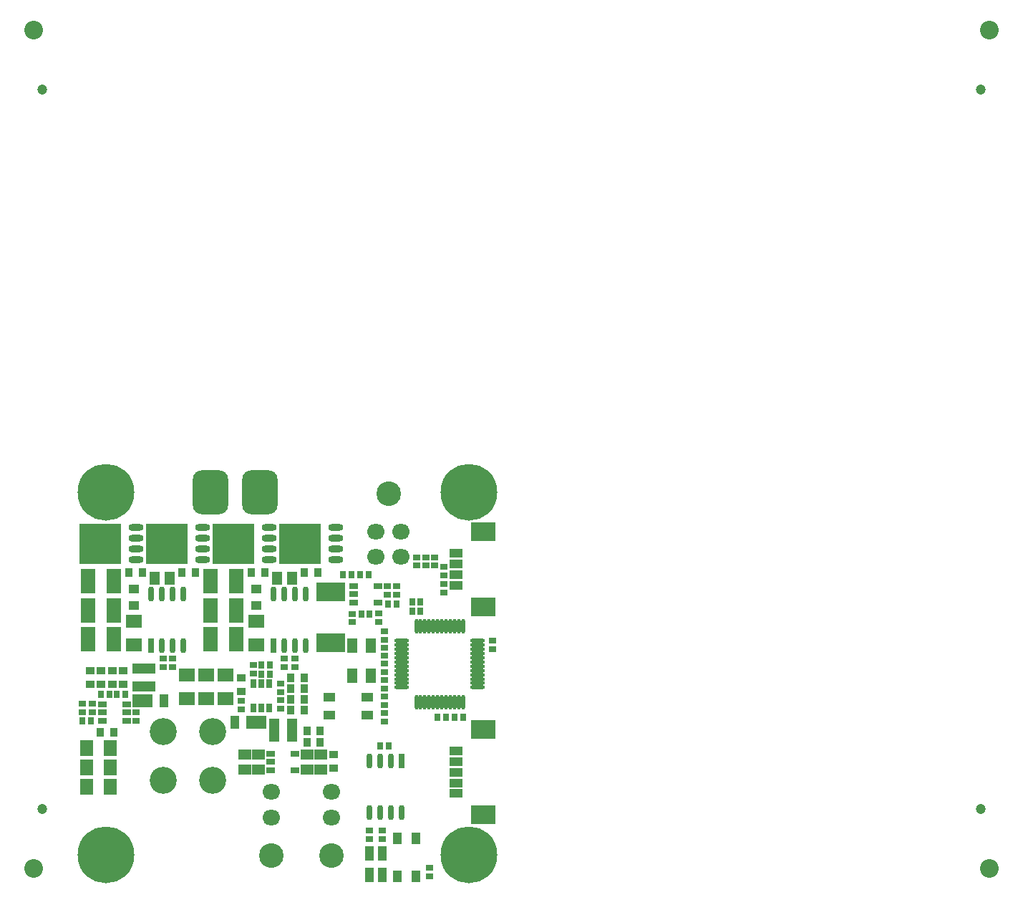
<source format=gts>
%FSLAX25Y25*%
%MOIN*%
G70*
G01*
G75*
G04 Layer_Color=8388736*
%ADD10C,0.00900*%
%ADD11C,0.00800*%
%ADD12C,0.01500*%
%ADD13C,0.03000*%
%ADD14C,0.05000*%
%ADD15C,0.01200*%
%ADD16C,0.02500*%
%ADD17C,0.02000*%
%ADD18C,0.04000*%
%ADD19R,0.02362X0.02756*%
%ADD20R,0.02756X0.02362*%
%ADD21O,0.05906X0.00984*%
%ADD22O,0.00984X0.05906*%
%ADD23R,0.06693X0.05512*%
%ADD24R,0.04331X0.05118*%
%ADD25O,0.06299X0.02362*%
%ADD26R,0.18898X0.17716*%
%ADD27R,0.06299X0.10630*%
%ADD28R,0.04331X0.03150*%
%ADD29R,0.02800X0.03500*%
%ADD30O,0.01969X0.06299*%
%ADD31R,0.01969X0.06299*%
%ADD32R,0.04331X0.05906*%
G04:AMPARAMS|DCode=33|XSize=157.48mil|YSize=196.85mil|CornerRadius=39.37mil|HoleSize=0mil|Usage=FLASHONLY|Rotation=180.000|XOffset=0mil|YOffset=0mil|HoleType=Round|Shape=RoundedRectangle|*
%AMROUNDEDRECTD33*
21,1,0.15748,0.11811,0,0,180.0*
21,1,0.07874,0.19685,0,0,180.0*
1,1,0.07874,-0.03937,0.05906*
1,1,0.07874,0.03937,0.05906*
1,1,0.07874,0.03937,-0.05906*
1,1,0.07874,-0.03937,-0.05906*
%
%ADD33ROUNDEDRECTD33*%
%ADD34R,0.04724X0.03150*%
%ADD35R,0.03150X0.02362*%
%ADD36R,0.02362X0.03150*%
%ADD37R,0.03937X0.10236*%
%ADD38R,0.03500X0.02800*%
%ADD39R,0.03543X0.05512*%
%ADD40R,0.08661X0.05512*%
%ADD41R,0.05118X0.03150*%
%ADD42R,0.11024X0.08268*%
%ADD43R,0.03543X0.05906*%
%ADD44R,0.10236X0.03937*%
%ADD45R,0.05512X0.06693*%
%ADD46R,0.05118X0.04331*%
%ADD47R,0.03150X0.04724*%
%ADD48R,0.12598X0.07874*%
%ADD49C,0.03937*%
%ADD50C,0.06500*%
%ADD51R,0.36600X0.13000*%
%ADD52R,0.04900X0.04900*%
%ADD53R,0.03000X0.05000*%
%ADD54R,0.12000X0.05500*%
%ADD55R,0.05500X0.10500*%
%ADD56R,0.05000X0.03000*%
%ADD57R,0.06200X0.41500*%
%ADD58R,0.07200X0.03100*%
%ADD59R,0.36000X0.13000*%
%ADD60R,0.06300X0.12400*%
%ADD61R,0.07700X0.12400*%
%ADD62C,0.25590*%
%ADD63C,0.10630*%
%ADD64O,0.07480X0.06299*%
%ADD65C,0.11811*%
%ADD66C,0.07874*%
%ADD67C,0.02362*%
%ADD68R,0.06400X0.04400*%
%ADD69R,0.06400X0.12400*%
%ADD70R,0.07200X0.02400*%
%ADD71R,0.02400X0.07200*%
%ADD72R,0.36700X0.13000*%
%ADD73C,0.07000*%
%ADD74C,0.06400*%
%ADD75C,0.06000*%
%ADD76R,0.68300X0.12400*%
%ADD77C,0.00787*%
%ADD78C,0.01000*%
%ADD79C,0.00984*%
%ADD80C,0.00394*%
%ADD81C,0.00500*%
%ADD82C,0.00591*%
%ADD83C,0.01181*%
%ADD84C,0.00460*%
%ADD85R,0.03162X0.03556*%
%ADD86R,0.03556X0.03162*%
%ADD87O,0.06706X0.01784*%
%ADD88O,0.01784X0.06706*%
%ADD89R,0.07493X0.06312*%
%ADD90R,0.05131X0.05918*%
%ADD91O,0.07099X0.03162*%
%ADD92R,0.19698X0.18517*%
%ADD93R,0.07099X0.11430*%
%ADD94R,0.05131X0.03950*%
%ADD95R,0.03600X0.04300*%
%ADD96O,0.02769X0.07099*%
%ADD97R,0.02769X0.07099*%
%ADD98R,0.05131X0.06706*%
G04:AMPARAMS|DCode=99|XSize=165.48mil|YSize=204.85mil|CornerRadius=43.37mil|HoleSize=0mil|Usage=FLASHONLY|Rotation=180.000|XOffset=0mil|YOffset=0mil|HoleType=Round|Shape=RoundedRectangle|*
%AMROUNDEDRECTD99*
21,1,0.16548,0.11811,0,0,180.0*
21,1,0.07874,0.20485,0,0,180.0*
1,1,0.08674,-0.03937,0.05906*
1,1,0.08674,0.03937,0.05906*
1,1,0.08674,0.03937,-0.05906*
1,1,0.08674,-0.03937,-0.05906*
%
%ADD99ROUNDEDRECTD99*%
%ADD100R,0.05524X0.03950*%
%ADD101R,0.03950X0.03162*%
%ADD102R,0.03162X0.03950*%
%ADD103R,0.04737X0.11036*%
%ADD104R,0.04300X0.03600*%
%ADD105R,0.04343X0.06312*%
%ADD106R,0.09461X0.06312*%
%ADD107R,0.05918X0.03950*%
%ADD108R,0.11824X0.09068*%
%ADD109R,0.04343X0.06706*%
%ADD110R,0.11036X0.04737*%
%ADD111R,0.06312X0.07493*%
%ADD112R,0.05918X0.05131*%
%ADD113R,0.03950X0.05524*%
%ADD114R,0.13398X0.08674*%
%ADD115C,0.04737*%
%ADD116C,0.26391*%
%ADD117C,0.11430*%
%ADD118O,0.08280X0.07099*%
%ADD119C,0.12611*%
%ADD120C,0.08674*%
D85*
X149200Y-66000D02*
D03*
X145263D02*
D03*
X90300Y-98600D02*
D03*
X86363D02*
D03*
X90300Y-94500D02*
D03*
X86363D02*
D03*
X23000Y-108000D02*
D03*
X19063D02*
D03*
X15500D02*
D03*
X11563D02*
D03*
X7000Y-120500D02*
D03*
X3063D02*
D03*
X160437Y-65200D02*
D03*
X156500D02*
D03*
X172137Y-118900D02*
D03*
X168200D02*
D03*
X160437Y-69300D02*
D03*
X156500D02*
D03*
X180137Y-118900D02*
D03*
X176200D02*
D03*
X141763Y-132000D02*
D03*
X145700D02*
D03*
X132863Y-70800D02*
D03*
X136800D02*
D03*
X132363Y-52300D02*
D03*
X136300D02*
D03*
X124263D02*
D03*
X128200D02*
D03*
D86*
X102000Y-95500D02*
D03*
Y-91563D02*
D03*
X97000Y-95500D02*
D03*
Y-91563D02*
D03*
X45000Y-95500D02*
D03*
Y-91563D02*
D03*
X40800Y-95500D02*
D03*
Y-91563D02*
D03*
X95200Y-114700D02*
D03*
Y-110763D02*
D03*
Y-107100D02*
D03*
Y-103163D02*
D03*
X82500Y-98500D02*
D03*
Y-94563D02*
D03*
X136600Y-175400D02*
D03*
Y-171463D02*
D03*
X142500Y-175400D02*
D03*
Y-171463D02*
D03*
X28000Y-116500D02*
D03*
Y-120437D02*
D03*
X3000Y-112500D02*
D03*
Y-116437D02*
D03*
X7500Y-112500D02*
D03*
Y-116437D02*
D03*
X162900Y-48200D02*
D03*
Y-44263D02*
D03*
X167100Y-48200D02*
D03*
Y-44263D02*
D03*
X158700Y-48200D02*
D03*
Y-44263D02*
D03*
X77000Y-114937D02*
D03*
Y-111000D02*
D03*
X143700Y-93863D02*
D03*
Y-97800D02*
D03*
Y-86263D02*
D03*
Y-90200D02*
D03*
Y-109063D02*
D03*
Y-113000D02*
D03*
Y-120637D02*
D03*
Y-116700D02*
D03*
Y-78663D02*
D03*
Y-82600D02*
D03*
X193900Y-83163D02*
D03*
Y-87100D02*
D03*
X143700Y-101463D02*
D03*
Y-105400D02*
D03*
X171300Y-60737D02*
D03*
Y-56800D02*
D03*
Y-48863D02*
D03*
Y-52800D02*
D03*
X164500Y-192837D02*
D03*
Y-188900D02*
D03*
X128800Y-74537D02*
D03*
Y-70600D02*
D03*
X140900Y-70563D02*
D03*
Y-74500D02*
D03*
X145100Y-57763D02*
D03*
Y-61700D02*
D03*
X149300Y-57763D02*
D03*
Y-61700D02*
D03*
D87*
X151600Y-83200D02*
D03*
Y-85168D02*
D03*
Y-87137D02*
D03*
Y-89105D02*
D03*
Y-91074D02*
D03*
Y-93042D02*
D03*
Y-95011D02*
D03*
Y-96979D02*
D03*
Y-98948D02*
D03*
Y-100917D02*
D03*
Y-102885D02*
D03*
Y-104853D02*
D03*
X187033D02*
D03*
Y-102885D02*
D03*
Y-100917D02*
D03*
Y-98948D02*
D03*
Y-96979D02*
D03*
Y-95011D02*
D03*
Y-93042D02*
D03*
Y-91074D02*
D03*
Y-89105D02*
D03*
Y-87137D02*
D03*
Y-85168D02*
D03*
Y-83200D02*
D03*
D88*
X158490Y-111743D02*
D03*
X160458D02*
D03*
X162427D02*
D03*
X164395D02*
D03*
X166364D02*
D03*
X168332D02*
D03*
X170301D02*
D03*
X172269D02*
D03*
X174238D02*
D03*
X176206D02*
D03*
X178175D02*
D03*
X180143D02*
D03*
Y-76310D02*
D03*
X178175D02*
D03*
X176206D02*
D03*
X174238D02*
D03*
X172269D02*
D03*
X170301D02*
D03*
X168332D02*
D03*
X166364D02*
D03*
X164395D02*
D03*
X162427D02*
D03*
X160458D02*
D03*
X158490D02*
D03*
D89*
X84000Y-85024D02*
D03*
Y-74000D02*
D03*
X27000Y-85024D02*
D03*
Y-74000D02*
D03*
X69700Y-110024D02*
D03*
Y-99000D02*
D03*
X60700Y-110024D02*
D03*
Y-99000D02*
D03*
X51700Y-110024D02*
D03*
Y-99000D02*
D03*
D90*
X100498Y-54000D02*
D03*
X93500D02*
D03*
X43498D02*
D03*
X36500D02*
D03*
D91*
X59000Y-30500D02*
D03*
Y-35500D02*
D03*
Y-40500D02*
D03*
Y-45500D02*
D03*
X28000Y-30500D02*
D03*
Y-35500D02*
D03*
Y-40500D02*
D03*
Y-45500D02*
D03*
X90000Y-30500D02*
D03*
Y-35500D02*
D03*
Y-40500D02*
D03*
Y-45500D02*
D03*
X121000Y-30500D02*
D03*
Y-35500D02*
D03*
Y-40500D02*
D03*
Y-45500D02*
D03*
D92*
X42366Y-38020D02*
D03*
X11366D02*
D03*
X73366D02*
D03*
X104366D02*
D03*
D93*
X62689Y-82500D02*
D03*
X74500D02*
D03*
X5689D02*
D03*
X17500D02*
D03*
X5689Y-69000D02*
D03*
X17500D02*
D03*
X5689Y-55500D02*
D03*
X17500D02*
D03*
X74500D02*
D03*
X62689D02*
D03*
X74500Y-69000D02*
D03*
X62689D02*
D03*
D94*
X27000Y-66815D02*
D03*
Y-59226D02*
D03*
X84000Y-66815D02*
D03*
Y-59226D02*
D03*
D95*
X24701Y-51500D02*
D03*
X31000D02*
D03*
X49201D02*
D03*
X55500D02*
D03*
X81701D02*
D03*
X88000D02*
D03*
X106201D02*
D03*
X112500D02*
D03*
X100001Y-100300D02*
D03*
X106300D02*
D03*
X100001Y-115300D02*
D03*
X106300D02*
D03*
X100001Y-105300D02*
D03*
X106300D02*
D03*
X100001Y-110300D02*
D03*
X106300D02*
D03*
X17599Y-125700D02*
D03*
X11300D02*
D03*
X113799Y-130300D02*
D03*
X107500D02*
D03*
Y-125200D02*
D03*
X113799D02*
D03*
D96*
X50000Y-61492D02*
D03*
X45000D02*
D03*
X40000D02*
D03*
X35000D02*
D03*
X50000Y-85508D02*
D03*
X45000D02*
D03*
X40000D02*
D03*
X107000Y-61492D02*
D03*
X102000D02*
D03*
X97000D02*
D03*
X92000D02*
D03*
X107000Y-85508D02*
D03*
X102000D02*
D03*
X97000D02*
D03*
X136800Y-163108D02*
D03*
X141800D02*
D03*
X146800D02*
D03*
X151800D02*
D03*
X136800Y-139092D02*
D03*
X141800D02*
D03*
X146800D02*
D03*
D97*
X35000Y-85508D02*
D03*
X92000D02*
D03*
X151800Y-139092D02*
D03*
D98*
X137331Y-99444D02*
D03*
X128670D02*
D03*
X137331Y-85271D02*
D03*
X128670D02*
D03*
D99*
X62700Y-14000D02*
D03*
X85700D02*
D03*
D100*
X118000Y-117842D02*
D03*
Y-109378D02*
D03*
X135716Y-117842D02*
D03*
Y-109378D02*
D03*
D101*
X129138Y-65244D02*
D03*
Y-57764D02*
D03*
Y-61504D02*
D03*
X140555Y-57764D02*
D03*
Y-65244D02*
D03*
X12138Y-120244D02*
D03*
Y-112764D02*
D03*
Y-116504D02*
D03*
X23555D02*
D03*
Y-112764D02*
D03*
Y-120244D02*
D03*
X90638Y-143244D02*
D03*
Y-135764D02*
D03*
Y-139504D02*
D03*
X102055Y-135764D02*
D03*
Y-143244D02*
D03*
D102*
X82556Y-103138D02*
D03*
X90036D02*
D03*
X86296D02*
D03*
Y-114555D02*
D03*
X90036D02*
D03*
X82556D02*
D03*
D103*
X92332Y-124797D02*
D03*
X100600D02*
D03*
D104*
X77000Y-106799D02*
D03*
Y-100500D02*
D03*
X6700Y-97201D02*
D03*
Y-103500D02*
D03*
X11800Y-97201D02*
D03*
Y-103500D02*
D03*
X16900Y-97201D02*
D03*
Y-103500D02*
D03*
X22000Y-97201D02*
D03*
Y-103500D02*
D03*
X120000Y-136201D02*
D03*
Y-142500D02*
D03*
D105*
X74000Y-121200D02*
D03*
X41000Y-111000D02*
D03*
D106*
X84039Y-121200D02*
D03*
X30961Y-111000D02*
D03*
D107*
X177000Y-42500D02*
D03*
Y-47421D02*
D03*
Y-52342D02*
D03*
Y-57264D02*
D03*
Y-154185D02*
D03*
Y-149264D02*
D03*
Y-139421D02*
D03*
Y-134500D02*
D03*
Y-144343D02*
D03*
D108*
X189598Y-67303D02*
D03*
Y-32461D02*
D03*
Y-124461D02*
D03*
Y-164224D02*
D03*
D109*
X142506Y-181964D02*
D03*
X136600D02*
D03*
X142506Y-192200D02*
D03*
X136600D02*
D03*
D110*
X31597Y-104268D02*
D03*
Y-96000D02*
D03*
D111*
X15924Y-151000D02*
D03*
X4900D02*
D03*
X15924Y-142000D02*
D03*
X4900D02*
D03*
X15924Y-133000D02*
D03*
X4900D02*
D03*
D112*
X85000Y-136002D02*
D03*
Y-143000D02*
D03*
X78500Y-136002D02*
D03*
Y-143000D02*
D03*
X114000Y-142998D02*
D03*
Y-136000D02*
D03*
X107500Y-142998D02*
D03*
Y-136000D02*
D03*
D113*
X158222Y-192816D02*
D03*
X149758D02*
D03*
X158222Y-175100D02*
D03*
X149758D02*
D03*
D114*
X118500Y-84000D02*
D03*
Y-60378D02*
D03*
D115*
X-15748Y173228D02*
D03*
Y-161417D02*
D03*
X421260Y173228D02*
D03*
Y-161417D02*
D03*
D116*
X182850Y-14000D02*
D03*
X14000D02*
D03*
Y-182850D02*
D03*
X182850D02*
D03*
D117*
X118900Y-183100D02*
D03*
X91000D02*
D03*
X145500Y-14600D02*
D03*
D118*
X118900Y-165384D02*
D03*
Y-153572D02*
D03*
X91000Y-165384D02*
D03*
Y-153572D02*
D03*
X139594Y-44128D02*
D03*
Y-32316D02*
D03*
X151406D02*
D03*
Y-44128D02*
D03*
D119*
X63500Y-148000D02*
D03*
X63500Y-125559D02*
D03*
X40500Y-148000D02*
D03*
X40500Y-125559D02*
D03*
D120*
X-19685Y200787D02*
D03*
Y-188976D02*
D03*
X425197D02*
D03*
Y200787D02*
D03*
M02*

</source>
